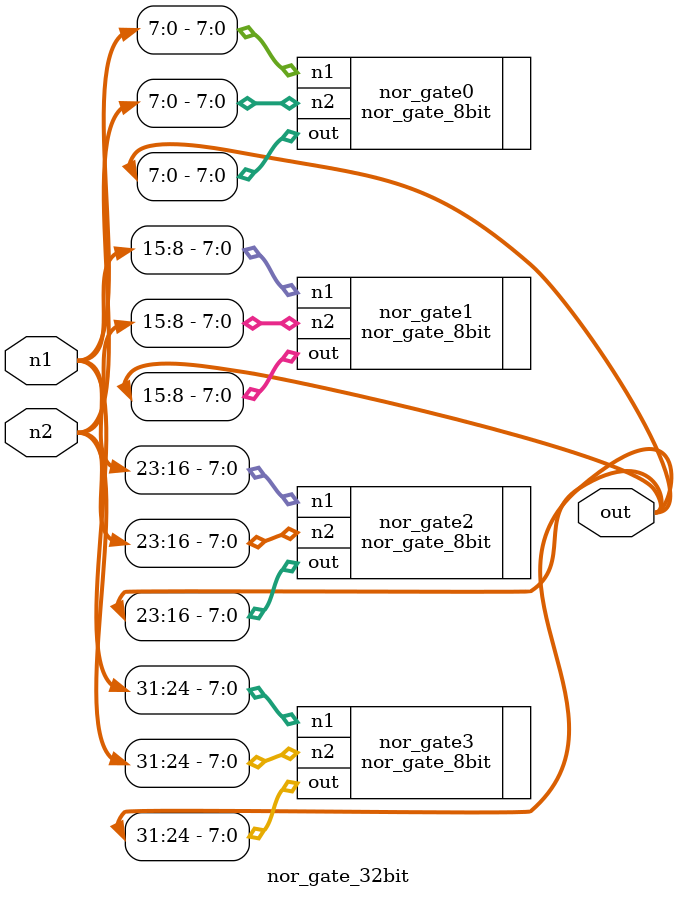
<source format=v>
module nor_gate_32bit (
    input [31:0] n1,
    input [31:0] n2,
    output [31:0] out
);

    nor_gate_8bit nor_gate0 (.n1(n1[7:0]),.n2(n2[7:0]),.out(out[7:0]));
    nor_gate_8bit nor_gate1 (.n1(n1[15:8]),.n2(n2[15:8]),.out(out[15:8]));
    nor_gate_8bit nor_gate2 (.n1(n1[23:16]),.n2(n2[23:16]),.out(out[23:16]));
    nor_gate_8bit nor_gate3 (.n1(n1[31:24]),.n2(n2[31:24]),.out(out[31:24]));
    
endmodule
</source>
